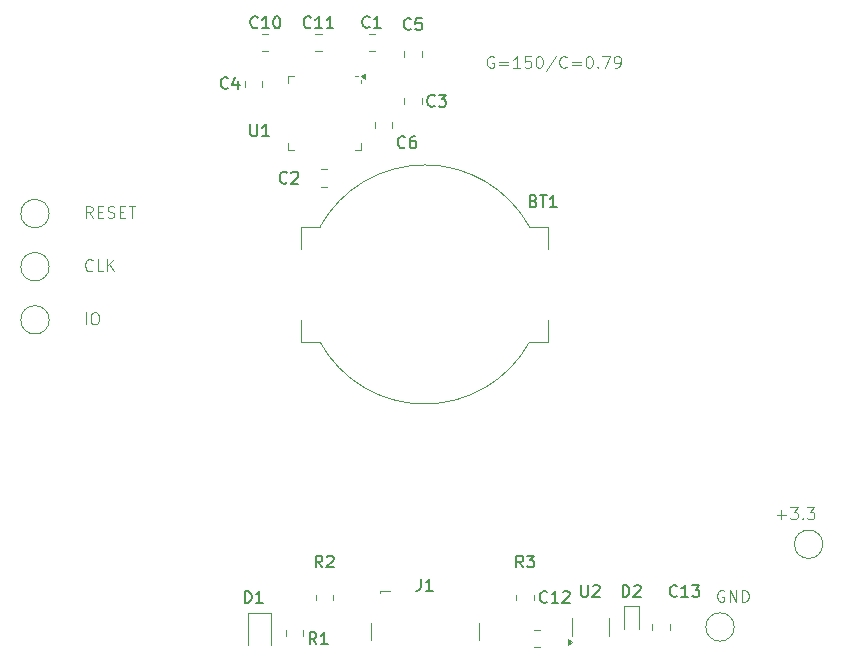
<source format=gbr>
%TF.GenerationSoftware,KiCad,Pcbnew,8.0.3-8.0.3-0~ubuntu24.04.1*%
%TF.CreationDate,2024-06-13T23:22:46+05:00*%
%TF.ProjectId,solartap_mcu_clear_60x60_g150,736f6c61-7274-4617-905f-6d63755f636c,rev?*%
%TF.SameCoordinates,Original*%
%TF.FileFunction,Legend,Top*%
%TF.FilePolarity,Positive*%
%FSLAX46Y46*%
G04 Gerber Fmt 4.6, Leading zero omitted, Abs format (unit mm)*
G04 Created by KiCad (PCBNEW 8.0.3-8.0.3-0~ubuntu24.04.1) date 2024-06-13 23:22:46*
%MOMM*%
%LPD*%
G01*
G04 APERTURE LIST*
%ADD10C,0.100000*%
%ADD11C,0.150000*%
%ADD12C,0.120000*%
G04 APERTURE END LIST*
D10*
X100827693Y-58220038D02*
X100732455Y-58172419D01*
X100732455Y-58172419D02*
X100589598Y-58172419D01*
X100589598Y-58172419D02*
X100446741Y-58220038D01*
X100446741Y-58220038D02*
X100351503Y-58315276D01*
X100351503Y-58315276D02*
X100303884Y-58410514D01*
X100303884Y-58410514D02*
X100256265Y-58600990D01*
X100256265Y-58600990D02*
X100256265Y-58743847D01*
X100256265Y-58743847D02*
X100303884Y-58934323D01*
X100303884Y-58934323D02*
X100351503Y-59029561D01*
X100351503Y-59029561D02*
X100446741Y-59124800D01*
X100446741Y-59124800D02*
X100589598Y-59172419D01*
X100589598Y-59172419D02*
X100684836Y-59172419D01*
X100684836Y-59172419D02*
X100827693Y-59124800D01*
X100827693Y-59124800D02*
X100875312Y-59077180D01*
X100875312Y-59077180D02*
X100875312Y-58743847D01*
X100875312Y-58743847D02*
X100684836Y-58743847D01*
X101303884Y-58648609D02*
X102065789Y-58648609D01*
X102065789Y-58934323D02*
X101303884Y-58934323D01*
X103065788Y-59172419D02*
X102494360Y-59172419D01*
X102780074Y-59172419D02*
X102780074Y-58172419D01*
X102780074Y-58172419D02*
X102684836Y-58315276D01*
X102684836Y-58315276D02*
X102589598Y-58410514D01*
X102589598Y-58410514D02*
X102494360Y-58458133D01*
X103970550Y-58172419D02*
X103494360Y-58172419D01*
X103494360Y-58172419D02*
X103446741Y-58648609D01*
X103446741Y-58648609D02*
X103494360Y-58600990D01*
X103494360Y-58600990D02*
X103589598Y-58553371D01*
X103589598Y-58553371D02*
X103827693Y-58553371D01*
X103827693Y-58553371D02*
X103922931Y-58600990D01*
X103922931Y-58600990D02*
X103970550Y-58648609D01*
X103970550Y-58648609D02*
X104018169Y-58743847D01*
X104018169Y-58743847D02*
X104018169Y-58981942D01*
X104018169Y-58981942D02*
X103970550Y-59077180D01*
X103970550Y-59077180D02*
X103922931Y-59124800D01*
X103922931Y-59124800D02*
X103827693Y-59172419D01*
X103827693Y-59172419D02*
X103589598Y-59172419D01*
X103589598Y-59172419D02*
X103494360Y-59124800D01*
X103494360Y-59124800D02*
X103446741Y-59077180D01*
X104637217Y-58172419D02*
X104732455Y-58172419D01*
X104732455Y-58172419D02*
X104827693Y-58220038D01*
X104827693Y-58220038D02*
X104875312Y-58267657D01*
X104875312Y-58267657D02*
X104922931Y-58362895D01*
X104922931Y-58362895D02*
X104970550Y-58553371D01*
X104970550Y-58553371D02*
X104970550Y-58791466D01*
X104970550Y-58791466D02*
X104922931Y-58981942D01*
X104922931Y-58981942D02*
X104875312Y-59077180D01*
X104875312Y-59077180D02*
X104827693Y-59124800D01*
X104827693Y-59124800D02*
X104732455Y-59172419D01*
X104732455Y-59172419D02*
X104637217Y-59172419D01*
X104637217Y-59172419D02*
X104541979Y-59124800D01*
X104541979Y-59124800D02*
X104494360Y-59077180D01*
X104494360Y-59077180D02*
X104446741Y-58981942D01*
X104446741Y-58981942D02*
X104399122Y-58791466D01*
X104399122Y-58791466D02*
X104399122Y-58553371D01*
X104399122Y-58553371D02*
X104446741Y-58362895D01*
X104446741Y-58362895D02*
X104494360Y-58267657D01*
X104494360Y-58267657D02*
X104541979Y-58220038D01*
X104541979Y-58220038D02*
X104637217Y-58172419D01*
X106113407Y-58124800D02*
X105256265Y-59410514D01*
X107018169Y-59077180D02*
X106970550Y-59124800D01*
X106970550Y-59124800D02*
X106827693Y-59172419D01*
X106827693Y-59172419D02*
X106732455Y-59172419D01*
X106732455Y-59172419D02*
X106589598Y-59124800D01*
X106589598Y-59124800D02*
X106494360Y-59029561D01*
X106494360Y-59029561D02*
X106446741Y-58934323D01*
X106446741Y-58934323D02*
X106399122Y-58743847D01*
X106399122Y-58743847D02*
X106399122Y-58600990D01*
X106399122Y-58600990D02*
X106446741Y-58410514D01*
X106446741Y-58410514D02*
X106494360Y-58315276D01*
X106494360Y-58315276D02*
X106589598Y-58220038D01*
X106589598Y-58220038D02*
X106732455Y-58172419D01*
X106732455Y-58172419D02*
X106827693Y-58172419D01*
X106827693Y-58172419D02*
X106970550Y-58220038D01*
X106970550Y-58220038D02*
X107018169Y-58267657D01*
X107446741Y-58648609D02*
X108208646Y-58648609D01*
X108208646Y-58934323D02*
X107446741Y-58934323D01*
X108875312Y-58172419D02*
X108970550Y-58172419D01*
X108970550Y-58172419D02*
X109065788Y-58220038D01*
X109065788Y-58220038D02*
X109113407Y-58267657D01*
X109113407Y-58267657D02*
X109161026Y-58362895D01*
X109161026Y-58362895D02*
X109208645Y-58553371D01*
X109208645Y-58553371D02*
X109208645Y-58791466D01*
X109208645Y-58791466D02*
X109161026Y-58981942D01*
X109161026Y-58981942D02*
X109113407Y-59077180D01*
X109113407Y-59077180D02*
X109065788Y-59124800D01*
X109065788Y-59124800D02*
X108970550Y-59172419D01*
X108970550Y-59172419D02*
X108875312Y-59172419D01*
X108875312Y-59172419D02*
X108780074Y-59124800D01*
X108780074Y-59124800D02*
X108732455Y-59077180D01*
X108732455Y-59077180D02*
X108684836Y-58981942D01*
X108684836Y-58981942D02*
X108637217Y-58791466D01*
X108637217Y-58791466D02*
X108637217Y-58553371D01*
X108637217Y-58553371D02*
X108684836Y-58362895D01*
X108684836Y-58362895D02*
X108732455Y-58267657D01*
X108732455Y-58267657D02*
X108780074Y-58220038D01*
X108780074Y-58220038D02*
X108875312Y-58172419D01*
X109637217Y-59077180D02*
X109684836Y-59124800D01*
X109684836Y-59124800D02*
X109637217Y-59172419D01*
X109637217Y-59172419D02*
X109589598Y-59124800D01*
X109589598Y-59124800D02*
X109637217Y-59077180D01*
X109637217Y-59077180D02*
X109637217Y-59172419D01*
X110018169Y-58172419D02*
X110684835Y-58172419D01*
X110684835Y-58172419D02*
X110256264Y-59172419D01*
X111113407Y-59172419D02*
X111303883Y-59172419D01*
X111303883Y-59172419D02*
X111399121Y-59124800D01*
X111399121Y-59124800D02*
X111446740Y-59077180D01*
X111446740Y-59077180D02*
X111541978Y-58934323D01*
X111541978Y-58934323D02*
X111589597Y-58743847D01*
X111589597Y-58743847D02*
X111589597Y-58362895D01*
X111589597Y-58362895D02*
X111541978Y-58267657D01*
X111541978Y-58267657D02*
X111494359Y-58220038D01*
X111494359Y-58220038D02*
X111399121Y-58172419D01*
X111399121Y-58172419D02*
X111208645Y-58172419D01*
X111208645Y-58172419D02*
X111113407Y-58220038D01*
X111113407Y-58220038D02*
X111065788Y-58267657D01*
X111065788Y-58267657D02*
X111018169Y-58362895D01*
X111018169Y-58362895D02*
X111018169Y-58600990D01*
X111018169Y-58600990D02*
X111065788Y-58696228D01*
X111065788Y-58696228D02*
X111113407Y-58743847D01*
X111113407Y-58743847D02*
X111208645Y-58791466D01*
X111208645Y-58791466D02*
X111399121Y-58791466D01*
X111399121Y-58791466D02*
X111494359Y-58743847D01*
X111494359Y-58743847D02*
X111541978Y-58696228D01*
X111541978Y-58696228D02*
X111589597Y-58600990D01*
X66875312Y-71872419D02*
X66541979Y-71396228D01*
X66303884Y-71872419D02*
X66303884Y-70872419D01*
X66303884Y-70872419D02*
X66684836Y-70872419D01*
X66684836Y-70872419D02*
X66780074Y-70920038D01*
X66780074Y-70920038D02*
X66827693Y-70967657D01*
X66827693Y-70967657D02*
X66875312Y-71062895D01*
X66875312Y-71062895D02*
X66875312Y-71205752D01*
X66875312Y-71205752D02*
X66827693Y-71300990D01*
X66827693Y-71300990D02*
X66780074Y-71348609D01*
X66780074Y-71348609D02*
X66684836Y-71396228D01*
X66684836Y-71396228D02*
X66303884Y-71396228D01*
X67303884Y-71348609D02*
X67637217Y-71348609D01*
X67780074Y-71872419D02*
X67303884Y-71872419D01*
X67303884Y-71872419D02*
X67303884Y-70872419D01*
X67303884Y-70872419D02*
X67780074Y-70872419D01*
X68161027Y-71824800D02*
X68303884Y-71872419D01*
X68303884Y-71872419D02*
X68541979Y-71872419D01*
X68541979Y-71872419D02*
X68637217Y-71824800D01*
X68637217Y-71824800D02*
X68684836Y-71777180D01*
X68684836Y-71777180D02*
X68732455Y-71681942D01*
X68732455Y-71681942D02*
X68732455Y-71586704D01*
X68732455Y-71586704D02*
X68684836Y-71491466D01*
X68684836Y-71491466D02*
X68637217Y-71443847D01*
X68637217Y-71443847D02*
X68541979Y-71396228D01*
X68541979Y-71396228D02*
X68351503Y-71348609D01*
X68351503Y-71348609D02*
X68256265Y-71300990D01*
X68256265Y-71300990D02*
X68208646Y-71253371D01*
X68208646Y-71253371D02*
X68161027Y-71158133D01*
X68161027Y-71158133D02*
X68161027Y-71062895D01*
X68161027Y-71062895D02*
X68208646Y-70967657D01*
X68208646Y-70967657D02*
X68256265Y-70920038D01*
X68256265Y-70920038D02*
X68351503Y-70872419D01*
X68351503Y-70872419D02*
X68589598Y-70872419D01*
X68589598Y-70872419D02*
X68732455Y-70920038D01*
X69161027Y-71348609D02*
X69494360Y-71348609D01*
X69637217Y-71872419D02*
X69161027Y-71872419D01*
X69161027Y-71872419D02*
X69161027Y-70872419D01*
X69161027Y-70872419D02*
X69637217Y-70872419D01*
X69922932Y-70872419D02*
X70494360Y-70872419D01*
X70208646Y-71872419D02*
X70208646Y-70872419D01*
X124803884Y-96991466D02*
X125565789Y-96991466D01*
X125184836Y-97372419D02*
X125184836Y-96610514D01*
X125946741Y-96372419D02*
X126565788Y-96372419D01*
X126565788Y-96372419D02*
X126232455Y-96753371D01*
X126232455Y-96753371D02*
X126375312Y-96753371D01*
X126375312Y-96753371D02*
X126470550Y-96800990D01*
X126470550Y-96800990D02*
X126518169Y-96848609D01*
X126518169Y-96848609D02*
X126565788Y-96943847D01*
X126565788Y-96943847D02*
X126565788Y-97181942D01*
X126565788Y-97181942D02*
X126518169Y-97277180D01*
X126518169Y-97277180D02*
X126470550Y-97324800D01*
X126470550Y-97324800D02*
X126375312Y-97372419D01*
X126375312Y-97372419D02*
X126089598Y-97372419D01*
X126089598Y-97372419D02*
X125994360Y-97324800D01*
X125994360Y-97324800D02*
X125946741Y-97277180D01*
X126994360Y-97277180D02*
X127041979Y-97324800D01*
X127041979Y-97324800D02*
X126994360Y-97372419D01*
X126994360Y-97372419D02*
X126946741Y-97324800D01*
X126946741Y-97324800D02*
X126994360Y-97277180D01*
X126994360Y-97277180D02*
X126994360Y-97372419D01*
X127375312Y-96372419D02*
X127994359Y-96372419D01*
X127994359Y-96372419D02*
X127661026Y-96753371D01*
X127661026Y-96753371D02*
X127803883Y-96753371D01*
X127803883Y-96753371D02*
X127899121Y-96800990D01*
X127899121Y-96800990D02*
X127946740Y-96848609D01*
X127946740Y-96848609D02*
X127994359Y-96943847D01*
X127994359Y-96943847D02*
X127994359Y-97181942D01*
X127994359Y-97181942D02*
X127946740Y-97277180D01*
X127946740Y-97277180D02*
X127899121Y-97324800D01*
X127899121Y-97324800D02*
X127803883Y-97372419D01*
X127803883Y-97372419D02*
X127518169Y-97372419D01*
X127518169Y-97372419D02*
X127422931Y-97324800D01*
X127422931Y-97324800D02*
X127375312Y-97277180D01*
X66303884Y-80872419D02*
X66303884Y-79872419D01*
X66970550Y-79872419D02*
X67161026Y-79872419D01*
X67161026Y-79872419D02*
X67256264Y-79920038D01*
X67256264Y-79920038D02*
X67351502Y-80015276D01*
X67351502Y-80015276D02*
X67399121Y-80205752D01*
X67399121Y-80205752D02*
X67399121Y-80539085D01*
X67399121Y-80539085D02*
X67351502Y-80729561D01*
X67351502Y-80729561D02*
X67256264Y-80824800D01*
X67256264Y-80824800D02*
X67161026Y-80872419D01*
X67161026Y-80872419D02*
X66970550Y-80872419D01*
X66970550Y-80872419D02*
X66875312Y-80824800D01*
X66875312Y-80824800D02*
X66780074Y-80729561D01*
X66780074Y-80729561D02*
X66732455Y-80539085D01*
X66732455Y-80539085D02*
X66732455Y-80205752D01*
X66732455Y-80205752D02*
X66780074Y-80015276D01*
X66780074Y-80015276D02*
X66875312Y-79920038D01*
X66875312Y-79920038D02*
X66970550Y-79872419D01*
X120327693Y-103420038D02*
X120232455Y-103372419D01*
X120232455Y-103372419D02*
X120089598Y-103372419D01*
X120089598Y-103372419D02*
X119946741Y-103420038D01*
X119946741Y-103420038D02*
X119851503Y-103515276D01*
X119851503Y-103515276D02*
X119803884Y-103610514D01*
X119803884Y-103610514D02*
X119756265Y-103800990D01*
X119756265Y-103800990D02*
X119756265Y-103943847D01*
X119756265Y-103943847D02*
X119803884Y-104134323D01*
X119803884Y-104134323D02*
X119851503Y-104229561D01*
X119851503Y-104229561D02*
X119946741Y-104324800D01*
X119946741Y-104324800D02*
X120089598Y-104372419D01*
X120089598Y-104372419D02*
X120184836Y-104372419D01*
X120184836Y-104372419D02*
X120327693Y-104324800D01*
X120327693Y-104324800D02*
X120375312Y-104277180D01*
X120375312Y-104277180D02*
X120375312Y-103943847D01*
X120375312Y-103943847D02*
X120184836Y-103943847D01*
X120803884Y-104372419D02*
X120803884Y-103372419D01*
X120803884Y-103372419D02*
X121375312Y-104372419D01*
X121375312Y-104372419D02*
X121375312Y-103372419D01*
X121851503Y-104372419D02*
X121851503Y-103372419D01*
X121851503Y-103372419D02*
X122089598Y-103372419D01*
X122089598Y-103372419D02*
X122232455Y-103420038D01*
X122232455Y-103420038D02*
X122327693Y-103515276D01*
X122327693Y-103515276D02*
X122375312Y-103610514D01*
X122375312Y-103610514D02*
X122422931Y-103800990D01*
X122422931Y-103800990D02*
X122422931Y-103943847D01*
X122422931Y-103943847D02*
X122375312Y-104134323D01*
X122375312Y-104134323D02*
X122327693Y-104229561D01*
X122327693Y-104229561D02*
X122232455Y-104324800D01*
X122232455Y-104324800D02*
X122089598Y-104372419D01*
X122089598Y-104372419D02*
X121851503Y-104372419D01*
X66875312Y-76277180D02*
X66827693Y-76324800D01*
X66827693Y-76324800D02*
X66684836Y-76372419D01*
X66684836Y-76372419D02*
X66589598Y-76372419D01*
X66589598Y-76372419D02*
X66446741Y-76324800D01*
X66446741Y-76324800D02*
X66351503Y-76229561D01*
X66351503Y-76229561D02*
X66303884Y-76134323D01*
X66303884Y-76134323D02*
X66256265Y-75943847D01*
X66256265Y-75943847D02*
X66256265Y-75800990D01*
X66256265Y-75800990D02*
X66303884Y-75610514D01*
X66303884Y-75610514D02*
X66351503Y-75515276D01*
X66351503Y-75515276D02*
X66446741Y-75420038D01*
X66446741Y-75420038D02*
X66589598Y-75372419D01*
X66589598Y-75372419D02*
X66684836Y-75372419D01*
X66684836Y-75372419D02*
X66827693Y-75420038D01*
X66827693Y-75420038D02*
X66875312Y-75467657D01*
X67780074Y-76372419D02*
X67303884Y-76372419D01*
X67303884Y-76372419D02*
X67303884Y-75372419D01*
X68113408Y-76372419D02*
X68113408Y-75372419D01*
X68684836Y-76372419D02*
X68256265Y-75800990D01*
X68684836Y-75372419D02*
X68113408Y-75943847D01*
D11*
X93833333Y-55859580D02*
X93785714Y-55907200D01*
X93785714Y-55907200D02*
X93642857Y-55954819D01*
X93642857Y-55954819D02*
X93547619Y-55954819D01*
X93547619Y-55954819D02*
X93404762Y-55907200D01*
X93404762Y-55907200D02*
X93309524Y-55811961D01*
X93309524Y-55811961D02*
X93261905Y-55716723D01*
X93261905Y-55716723D02*
X93214286Y-55526247D01*
X93214286Y-55526247D02*
X93214286Y-55383390D01*
X93214286Y-55383390D02*
X93261905Y-55192914D01*
X93261905Y-55192914D02*
X93309524Y-55097676D01*
X93309524Y-55097676D02*
X93404762Y-55002438D01*
X93404762Y-55002438D02*
X93547619Y-54954819D01*
X93547619Y-54954819D02*
X93642857Y-54954819D01*
X93642857Y-54954819D02*
X93785714Y-55002438D01*
X93785714Y-55002438D02*
X93833333Y-55050057D01*
X94738095Y-54954819D02*
X94261905Y-54954819D01*
X94261905Y-54954819D02*
X94214286Y-55431009D01*
X94214286Y-55431009D02*
X94261905Y-55383390D01*
X94261905Y-55383390D02*
X94357143Y-55335771D01*
X94357143Y-55335771D02*
X94595238Y-55335771D01*
X94595238Y-55335771D02*
X94690476Y-55383390D01*
X94690476Y-55383390D02*
X94738095Y-55431009D01*
X94738095Y-55431009D02*
X94785714Y-55526247D01*
X94785714Y-55526247D02*
X94785714Y-55764342D01*
X94785714Y-55764342D02*
X94738095Y-55859580D01*
X94738095Y-55859580D02*
X94690476Y-55907200D01*
X94690476Y-55907200D02*
X94595238Y-55954819D01*
X94595238Y-55954819D02*
X94357143Y-55954819D01*
X94357143Y-55954819D02*
X94261905Y-55907200D01*
X94261905Y-55907200D02*
X94214286Y-55859580D01*
X78333333Y-60859580D02*
X78285714Y-60907200D01*
X78285714Y-60907200D02*
X78142857Y-60954819D01*
X78142857Y-60954819D02*
X78047619Y-60954819D01*
X78047619Y-60954819D02*
X77904762Y-60907200D01*
X77904762Y-60907200D02*
X77809524Y-60811961D01*
X77809524Y-60811961D02*
X77761905Y-60716723D01*
X77761905Y-60716723D02*
X77714286Y-60526247D01*
X77714286Y-60526247D02*
X77714286Y-60383390D01*
X77714286Y-60383390D02*
X77761905Y-60192914D01*
X77761905Y-60192914D02*
X77809524Y-60097676D01*
X77809524Y-60097676D02*
X77904762Y-60002438D01*
X77904762Y-60002438D02*
X78047619Y-59954819D01*
X78047619Y-59954819D02*
X78142857Y-59954819D01*
X78142857Y-59954819D02*
X78285714Y-60002438D01*
X78285714Y-60002438D02*
X78333333Y-60050057D01*
X79190476Y-60288152D02*
X79190476Y-60954819D01*
X78952381Y-59907200D02*
X78714286Y-60621485D01*
X78714286Y-60621485D02*
X79333333Y-60621485D01*
X95833333Y-62359580D02*
X95785714Y-62407200D01*
X95785714Y-62407200D02*
X95642857Y-62454819D01*
X95642857Y-62454819D02*
X95547619Y-62454819D01*
X95547619Y-62454819D02*
X95404762Y-62407200D01*
X95404762Y-62407200D02*
X95309524Y-62311961D01*
X95309524Y-62311961D02*
X95261905Y-62216723D01*
X95261905Y-62216723D02*
X95214286Y-62026247D01*
X95214286Y-62026247D02*
X95214286Y-61883390D01*
X95214286Y-61883390D02*
X95261905Y-61692914D01*
X95261905Y-61692914D02*
X95309524Y-61597676D01*
X95309524Y-61597676D02*
X95404762Y-61502438D01*
X95404762Y-61502438D02*
X95547619Y-61454819D01*
X95547619Y-61454819D02*
X95642857Y-61454819D01*
X95642857Y-61454819D02*
X95785714Y-61502438D01*
X95785714Y-61502438D02*
X95833333Y-61550057D01*
X96166667Y-61454819D02*
X96785714Y-61454819D01*
X96785714Y-61454819D02*
X96452381Y-61835771D01*
X96452381Y-61835771D02*
X96595238Y-61835771D01*
X96595238Y-61835771D02*
X96690476Y-61883390D01*
X96690476Y-61883390D02*
X96738095Y-61931009D01*
X96738095Y-61931009D02*
X96785714Y-62026247D01*
X96785714Y-62026247D02*
X96785714Y-62264342D01*
X96785714Y-62264342D02*
X96738095Y-62359580D01*
X96738095Y-62359580D02*
X96690476Y-62407200D01*
X96690476Y-62407200D02*
X96595238Y-62454819D01*
X96595238Y-62454819D02*
X96309524Y-62454819D01*
X96309524Y-62454819D02*
X96214286Y-62407200D01*
X96214286Y-62407200D02*
X96166667Y-62359580D01*
X105357142Y-104359580D02*
X105309523Y-104407200D01*
X105309523Y-104407200D02*
X105166666Y-104454819D01*
X105166666Y-104454819D02*
X105071428Y-104454819D01*
X105071428Y-104454819D02*
X104928571Y-104407200D01*
X104928571Y-104407200D02*
X104833333Y-104311961D01*
X104833333Y-104311961D02*
X104785714Y-104216723D01*
X104785714Y-104216723D02*
X104738095Y-104026247D01*
X104738095Y-104026247D02*
X104738095Y-103883390D01*
X104738095Y-103883390D02*
X104785714Y-103692914D01*
X104785714Y-103692914D02*
X104833333Y-103597676D01*
X104833333Y-103597676D02*
X104928571Y-103502438D01*
X104928571Y-103502438D02*
X105071428Y-103454819D01*
X105071428Y-103454819D02*
X105166666Y-103454819D01*
X105166666Y-103454819D02*
X105309523Y-103502438D01*
X105309523Y-103502438D02*
X105357142Y-103550057D01*
X106309523Y-104454819D02*
X105738095Y-104454819D01*
X106023809Y-104454819D02*
X106023809Y-103454819D01*
X106023809Y-103454819D02*
X105928571Y-103597676D01*
X105928571Y-103597676D02*
X105833333Y-103692914D01*
X105833333Y-103692914D02*
X105738095Y-103740533D01*
X106690476Y-103550057D02*
X106738095Y-103502438D01*
X106738095Y-103502438D02*
X106833333Y-103454819D01*
X106833333Y-103454819D02*
X107071428Y-103454819D01*
X107071428Y-103454819D02*
X107166666Y-103502438D01*
X107166666Y-103502438D02*
X107214285Y-103550057D01*
X107214285Y-103550057D02*
X107261904Y-103645295D01*
X107261904Y-103645295D02*
X107261904Y-103740533D01*
X107261904Y-103740533D02*
X107214285Y-103883390D01*
X107214285Y-103883390D02*
X106642857Y-104454819D01*
X106642857Y-104454819D02*
X107261904Y-104454819D01*
X116357142Y-103859580D02*
X116309523Y-103907200D01*
X116309523Y-103907200D02*
X116166666Y-103954819D01*
X116166666Y-103954819D02*
X116071428Y-103954819D01*
X116071428Y-103954819D02*
X115928571Y-103907200D01*
X115928571Y-103907200D02*
X115833333Y-103811961D01*
X115833333Y-103811961D02*
X115785714Y-103716723D01*
X115785714Y-103716723D02*
X115738095Y-103526247D01*
X115738095Y-103526247D02*
X115738095Y-103383390D01*
X115738095Y-103383390D02*
X115785714Y-103192914D01*
X115785714Y-103192914D02*
X115833333Y-103097676D01*
X115833333Y-103097676D02*
X115928571Y-103002438D01*
X115928571Y-103002438D02*
X116071428Y-102954819D01*
X116071428Y-102954819D02*
X116166666Y-102954819D01*
X116166666Y-102954819D02*
X116309523Y-103002438D01*
X116309523Y-103002438D02*
X116357142Y-103050057D01*
X117309523Y-103954819D02*
X116738095Y-103954819D01*
X117023809Y-103954819D02*
X117023809Y-102954819D01*
X117023809Y-102954819D02*
X116928571Y-103097676D01*
X116928571Y-103097676D02*
X116833333Y-103192914D01*
X116833333Y-103192914D02*
X116738095Y-103240533D01*
X117642857Y-102954819D02*
X118261904Y-102954819D01*
X118261904Y-102954819D02*
X117928571Y-103335771D01*
X117928571Y-103335771D02*
X118071428Y-103335771D01*
X118071428Y-103335771D02*
X118166666Y-103383390D01*
X118166666Y-103383390D02*
X118214285Y-103431009D01*
X118214285Y-103431009D02*
X118261904Y-103526247D01*
X118261904Y-103526247D02*
X118261904Y-103764342D01*
X118261904Y-103764342D02*
X118214285Y-103859580D01*
X118214285Y-103859580D02*
X118166666Y-103907200D01*
X118166666Y-103907200D02*
X118071428Y-103954819D01*
X118071428Y-103954819D02*
X117785714Y-103954819D01*
X117785714Y-103954819D02*
X117690476Y-103907200D01*
X117690476Y-103907200D02*
X117642857Y-103859580D01*
X104214285Y-70431009D02*
X104357142Y-70478628D01*
X104357142Y-70478628D02*
X104404761Y-70526247D01*
X104404761Y-70526247D02*
X104452380Y-70621485D01*
X104452380Y-70621485D02*
X104452380Y-70764342D01*
X104452380Y-70764342D02*
X104404761Y-70859580D01*
X104404761Y-70859580D02*
X104357142Y-70907200D01*
X104357142Y-70907200D02*
X104261904Y-70954819D01*
X104261904Y-70954819D02*
X103880952Y-70954819D01*
X103880952Y-70954819D02*
X103880952Y-69954819D01*
X103880952Y-69954819D02*
X104214285Y-69954819D01*
X104214285Y-69954819D02*
X104309523Y-70002438D01*
X104309523Y-70002438D02*
X104357142Y-70050057D01*
X104357142Y-70050057D02*
X104404761Y-70145295D01*
X104404761Y-70145295D02*
X104404761Y-70240533D01*
X104404761Y-70240533D02*
X104357142Y-70335771D01*
X104357142Y-70335771D02*
X104309523Y-70383390D01*
X104309523Y-70383390D02*
X104214285Y-70431009D01*
X104214285Y-70431009D02*
X103880952Y-70431009D01*
X104738095Y-69954819D02*
X105309523Y-69954819D01*
X105023809Y-70954819D02*
X105023809Y-69954819D01*
X106166666Y-70954819D02*
X105595238Y-70954819D01*
X105880952Y-70954819D02*
X105880952Y-69954819D01*
X105880952Y-69954819D02*
X105785714Y-70097676D01*
X105785714Y-70097676D02*
X105690476Y-70192914D01*
X105690476Y-70192914D02*
X105595238Y-70240533D01*
X85833333Y-107954819D02*
X85500000Y-107478628D01*
X85261905Y-107954819D02*
X85261905Y-106954819D01*
X85261905Y-106954819D02*
X85642857Y-106954819D01*
X85642857Y-106954819D02*
X85738095Y-107002438D01*
X85738095Y-107002438D02*
X85785714Y-107050057D01*
X85785714Y-107050057D02*
X85833333Y-107145295D01*
X85833333Y-107145295D02*
X85833333Y-107288152D01*
X85833333Y-107288152D02*
X85785714Y-107383390D01*
X85785714Y-107383390D02*
X85738095Y-107431009D01*
X85738095Y-107431009D02*
X85642857Y-107478628D01*
X85642857Y-107478628D02*
X85261905Y-107478628D01*
X86785714Y-107954819D02*
X86214286Y-107954819D01*
X86500000Y-107954819D02*
X86500000Y-106954819D01*
X86500000Y-106954819D02*
X86404762Y-107097676D01*
X86404762Y-107097676D02*
X86309524Y-107192914D01*
X86309524Y-107192914D02*
X86214286Y-107240533D01*
X80857142Y-55709580D02*
X80809523Y-55757200D01*
X80809523Y-55757200D02*
X80666666Y-55804819D01*
X80666666Y-55804819D02*
X80571428Y-55804819D01*
X80571428Y-55804819D02*
X80428571Y-55757200D01*
X80428571Y-55757200D02*
X80333333Y-55661961D01*
X80333333Y-55661961D02*
X80285714Y-55566723D01*
X80285714Y-55566723D02*
X80238095Y-55376247D01*
X80238095Y-55376247D02*
X80238095Y-55233390D01*
X80238095Y-55233390D02*
X80285714Y-55042914D01*
X80285714Y-55042914D02*
X80333333Y-54947676D01*
X80333333Y-54947676D02*
X80428571Y-54852438D01*
X80428571Y-54852438D02*
X80571428Y-54804819D01*
X80571428Y-54804819D02*
X80666666Y-54804819D01*
X80666666Y-54804819D02*
X80809523Y-54852438D01*
X80809523Y-54852438D02*
X80857142Y-54900057D01*
X81809523Y-55804819D02*
X81238095Y-55804819D01*
X81523809Y-55804819D02*
X81523809Y-54804819D01*
X81523809Y-54804819D02*
X81428571Y-54947676D01*
X81428571Y-54947676D02*
X81333333Y-55042914D01*
X81333333Y-55042914D02*
X81238095Y-55090533D01*
X82428571Y-54804819D02*
X82523809Y-54804819D01*
X82523809Y-54804819D02*
X82619047Y-54852438D01*
X82619047Y-54852438D02*
X82666666Y-54900057D01*
X82666666Y-54900057D02*
X82714285Y-54995295D01*
X82714285Y-54995295D02*
X82761904Y-55185771D01*
X82761904Y-55185771D02*
X82761904Y-55423866D01*
X82761904Y-55423866D02*
X82714285Y-55614342D01*
X82714285Y-55614342D02*
X82666666Y-55709580D01*
X82666666Y-55709580D02*
X82619047Y-55757200D01*
X82619047Y-55757200D02*
X82523809Y-55804819D01*
X82523809Y-55804819D02*
X82428571Y-55804819D01*
X82428571Y-55804819D02*
X82333333Y-55757200D01*
X82333333Y-55757200D02*
X82285714Y-55709580D01*
X82285714Y-55709580D02*
X82238095Y-55614342D01*
X82238095Y-55614342D02*
X82190476Y-55423866D01*
X82190476Y-55423866D02*
X82190476Y-55185771D01*
X82190476Y-55185771D02*
X82238095Y-54995295D01*
X82238095Y-54995295D02*
X82285714Y-54900057D01*
X82285714Y-54900057D02*
X82333333Y-54852438D01*
X82333333Y-54852438D02*
X82428571Y-54804819D01*
X85357142Y-55709580D02*
X85309523Y-55757200D01*
X85309523Y-55757200D02*
X85166666Y-55804819D01*
X85166666Y-55804819D02*
X85071428Y-55804819D01*
X85071428Y-55804819D02*
X84928571Y-55757200D01*
X84928571Y-55757200D02*
X84833333Y-55661961D01*
X84833333Y-55661961D02*
X84785714Y-55566723D01*
X84785714Y-55566723D02*
X84738095Y-55376247D01*
X84738095Y-55376247D02*
X84738095Y-55233390D01*
X84738095Y-55233390D02*
X84785714Y-55042914D01*
X84785714Y-55042914D02*
X84833333Y-54947676D01*
X84833333Y-54947676D02*
X84928571Y-54852438D01*
X84928571Y-54852438D02*
X85071428Y-54804819D01*
X85071428Y-54804819D02*
X85166666Y-54804819D01*
X85166666Y-54804819D02*
X85309523Y-54852438D01*
X85309523Y-54852438D02*
X85357142Y-54900057D01*
X86309523Y-55804819D02*
X85738095Y-55804819D01*
X86023809Y-55804819D02*
X86023809Y-54804819D01*
X86023809Y-54804819D02*
X85928571Y-54947676D01*
X85928571Y-54947676D02*
X85833333Y-55042914D01*
X85833333Y-55042914D02*
X85738095Y-55090533D01*
X87261904Y-55804819D02*
X86690476Y-55804819D01*
X86976190Y-55804819D02*
X86976190Y-54804819D01*
X86976190Y-54804819D02*
X86880952Y-54947676D01*
X86880952Y-54947676D02*
X86785714Y-55042914D01*
X86785714Y-55042914D02*
X86690476Y-55090533D01*
X94666666Y-102439819D02*
X94666666Y-103154104D01*
X94666666Y-103154104D02*
X94619047Y-103296961D01*
X94619047Y-103296961D02*
X94523809Y-103392200D01*
X94523809Y-103392200D02*
X94380952Y-103439819D01*
X94380952Y-103439819D02*
X94285714Y-103439819D01*
X95666666Y-103439819D02*
X95095238Y-103439819D01*
X95380952Y-103439819D02*
X95380952Y-102439819D01*
X95380952Y-102439819D02*
X95285714Y-102582676D01*
X95285714Y-102582676D02*
X95190476Y-102677914D01*
X95190476Y-102677914D02*
X95095238Y-102725533D01*
X79761905Y-104454819D02*
X79761905Y-103454819D01*
X79761905Y-103454819D02*
X80000000Y-103454819D01*
X80000000Y-103454819D02*
X80142857Y-103502438D01*
X80142857Y-103502438D02*
X80238095Y-103597676D01*
X80238095Y-103597676D02*
X80285714Y-103692914D01*
X80285714Y-103692914D02*
X80333333Y-103883390D01*
X80333333Y-103883390D02*
X80333333Y-104026247D01*
X80333333Y-104026247D02*
X80285714Y-104216723D01*
X80285714Y-104216723D02*
X80238095Y-104311961D01*
X80238095Y-104311961D02*
X80142857Y-104407200D01*
X80142857Y-104407200D02*
X80000000Y-104454819D01*
X80000000Y-104454819D02*
X79761905Y-104454819D01*
X81285714Y-104454819D02*
X80714286Y-104454819D01*
X81000000Y-104454819D02*
X81000000Y-103454819D01*
X81000000Y-103454819D02*
X80904762Y-103597676D01*
X80904762Y-103597676D02*
X80809524Y-103692914D01*
X80809524Y-103692914D02*
X80714286Y-103740533D01*
X80238095Y-63954819D02*
X80238095Y-64764342D01*
X80238095Y-64764342D02*
X80285714Y-64859580D01*
X80285714Y-64859580D02*
X80333333Y-64907200D01*
X80333333Y-64907200D02*
X80428571Y-64954819D01*
X80428571Y-64954819D02*
X80619047Y-64954819D01*
X80619047Y-64954819D02*
X80714285Y-64907200D01*
X80714285Y-64907200D02*
X80761904Y-64859580D01*
X80761904Y-64859580D02*
X80809523Y-64764342D01*
X80809523Y-64764342D02*
X80809523Y-63954819D01*
X81809523Y-64954819D02*
X81238095Y-64954819D01*
X81523809Y-64954819D02*
X81523809Y-63954819D01*
X81523809Y-63954819D02*
X81428571Y-64097676D01*
X81428571Y-64097676D02*
X81333333Y-64192914D01*
X81333333Y-64192914D02*
X81238095Y-64240533D01*
X93333333Y-65859580D02*
X93285714Y-65907200D01*
X93285714Y-65907200D02*
X93142857Y-65954819D01*
X93142857Y-65954819D02*
X93047619Y-65954819D01*
X93047619Y-65954819D02*
X92904762Y-65907200D01*
X92904762Y-65907200D02*
X92809524Y-65811961D01*
X92809524Y-65811961D02*
X92761905Y-65716723D01*
X92761905Y-65716723D02*
X92714286Y-65526247D01*
X92714286Y-65526247D02*
X92714286Y-65383390D01*
X92714286Y-65383390D02*
X92761905Y-65192914D01*
X92761905Y-65192914D02*
X92809524Y-65097676D01*
X92809524Y-65097676D02*
X92904762Y-65002438D01*
X92904762Y-65002438D02*
X93047619Y-64954819D01*
X93047619Y-64954819D02*
X93142857Y-64954819D01*
X93142857Y-64954819D02*
X93285714Y-65002438D01*
X93285714Y-65002438D02*
X93333333Y-65050057D01*
X94190476Y-64954819D02*
X94000000Y-64954819D01*
X94000000Y-64954819D02*
X93904762Y-65002438D01*
X93904762Y-65002438D02*
X93857143Y-65050057D01*
X93857143Y-65050057D02*
X93761905Y-65192914D01*
X93761905Y-65192914D02*
X93714286Y-65383390D01*
X93714286Y-65383390D02*
X93714286Y-65764342D01*
X93714286Y-65764342D02*
X93761905Y-65859580D01*
X93761905Y-65859580D02*
X93809524Y-65907200D01*
X93809524Y-65907200D02*
X93904762Y-65954819D01*
X93904762Y-65954819D02*
X94095238Y-65954819D01*
X94095238Y-65954819D02*
X94190476Y-65907200D01*
X94190476Y-65907200D02*
X94238095Y-65859580D01*
X94238095Y-65859580D02*
X94285714Y-65764342D01*
X94285714Y-65764342D02*
X94285714Y-65526247D01*
X94285714Y-65526247D02*
X94238095Y-65431009D01*
X94238095Y-65431009D02*
X94190476Y-65383390D01*
X94190476Y-65383390D02*
X94095238Y-65335771D01*
X94095238Y-65335771D02*
X93904762Y-65335771D01*
X93904762Y-65335771D02*
X93809524Y-65383390D01*
X93809524Y-65383390D02*
X93761905Y-65431009D01*
X93761905Y-65431009D02*
X93714286Y-65526247D01*
X83333333Y-68859580D02*
X83285714Y-68907200D01*
X83285714Y-68907200D02*
X83142857Y-68954819D01*
X83142857Y-68954819D02*
X83047619Y-68954819D01*
X83047619Y-68954819D02*
X82904762Y-68907200D01*
X82904762Y-68907200D02*
X82809524Y-68811961D01*
X82809524Y-68811961D02*
X82761905Y-68716723D01*
X82761905Y-68716723D02*
X82714286Y-68526247D01*
X82714286Y-68526247D02*
X82714286Y-68383390D01*
X82714286Y-68383390D02*
X82761905Y-68192914D01*
X82761905Y-68192914D02*
X82809524Y-68097676D01*
X82809524Y-68097676D02*
X82904762Y-68002438D01*
X82904762Y-68002438D02*
X83047619Y-67954819D01*
X83047619Y-67954819D02*
X83142857Y-67954819D01*
X83142857Y-67954819D02*
X83285714Y-68002438D01*
X83285714Y-68002438D02*
X83333333Y-68050057D01*
X83714286Y-68050057D02*
X83761905Y-68002438D01*
X83761905Y-68002438D02*
X83857143Y-67954819D01*
X83857143Y-67954819D02*
X84095238Y-67954819D01*
X84095238Y-67954819D02*
X84190476Y-68002438D01*
X84190476Y-68002438D02*
X84238095Y-68050057D01*
X84238095Y-68050057D02*
X84285714Y-68145295D01*
X84285714Y-68145295D02*
X84285714Y-68240533D01*
X84285714Y-68240533D02*
X84238095Y-68383390D01*
X84238095Y-68383390D02*
X83666667Y-68954819D01*
X83666667Y-68954819D02*
X84285714Y-68954819D01*
X86333333Y-101454819D02*
X86000000Y-100978628D01*
X85761905Y-101454819D02*
X85761905Y-100454819D01*
X85761905Y-100454819D02*
X86142857Y-100454819D01*
X86142857Y-100454819D02*
X86238095Y-100502438D01*
X86238095Y-100502438D02*
X86285714Y-100550057D01*
X86285714Y-100550057D02*
X86333333Y-100645295D01*
X86333333Y-100645295D02*
X86333333Y-100788152D01*
X86333333Y-100788152D02*
X86285714Y-100883390D01*
X86285714Y-100883390D02*
X86238095Y-100931009D01*
X86238095Y-100931009D02*
X86142857Y-100978628D01*
X86142857Y-100978628D02*
X85761905Y-100978628D01*
X86714286Y-100550057D02*
X86761905Y-100502438D01*
X86761905Y-100502438D02*
X86857143Y-100454819D01*
X86857143Y-100454819D02*
X87095238Y-100454819D01*
X87095238Y-100454819D02*
X87190476Y-100502438D01*
X87190476Y-100502438D02*
X87238095Y-100550057D01*
X87238095Y-100550057D02*
X87285714Y-100645295D01*
X87285714Y-100645295D02*
X87285714Y-100740533D01*
X87285714Y-100740533D02*
X87238095Y-100883390D01*
X87238095Y-100883390D02*
X86666667Y-101454819D01*
X86666667Y-101454819D02*
X87285714Y-101454819D01*
X108238095Y-102954819D02*
X108238095Y-103764342D01*
X108238095Y-103764342D02*
X108285714Y-103859580D01*
X108285714Y-103859580D02*
X108333333Y-103907200D01*
X108333333Y-103907200D02*
X108428571Y-103954819D01*
X108428571Y-103954819D02*
X108619047Y-103954819D01*
X108619047Y-103954819D02*
X108714285Y-103907200D01*
X108714285Y-103907200D02*
X108761904Y-103859580D01*
X108761904Y-103859580D02*
X108809523Y-103764342D01*
X108809523Y-103764342D02*
X108809523Y-102954819D01*
X109238095Y-103050057D02*
X109285714Y-103002438D01*
X109285714Y-103002438D02*
X109380952Y-102954819D01*
X109380952Y-102954819D02*
X109619047Y-102954819D01*
X109619047Y-102954819D02*
X109714285Y-103002438D01*
X109714285Y-103002438D02*
X109761904Y-103050057D01*
X109761904Y-103050057D02*
X109809523Y-103145295D01*
X109809523Y-103145295D02*
X109809523Y-103240533D01*
X109809523Y-103240533D02*
X109761904Y-103383390D01*
X109761904Y-103383390D02*
X109190476Y-103954819D01*
X109190476Y-103954819D02*
X109809523Y-103954819D01*
X111761905Y-103954819D02*
X111761905Y-102954819D01*
X111761905Y-102954819D02*
X112000000Y-102954819D01*
X112000000Y-102954819D02*
X112142857Y-103002438D01*
X112142857Y-103002438D02*
X112238095Y-103097676D01*
X112238095Y-103097676D02*
X112285714Y-103192914D01*
X112285714Y-103192914D02*
X112333333Y-103383390D01*
X112333333Y-103383390D02*
X112333333Y-103526247D01*
X112333333Y-103526247D02*
X112285714Y-103716723D01*
X112285714Y-103716723D02*
X112238095Y-103811961D01*
X112238095Y-103811961D02*
X112142857Y-103907200D01*
X112142857Y-103907200D02*
X112000000Y-103954819D01*
X112000000Y-103954819D02*
X111761905Y-103954819D01*
X112714286Y-103050057D02*
X112761905Y-103002438D01*
X112761905Y-103002438D02*
X112857143Y-102954819D01*
X112857143Y-102954819D02*
X113095238Y-102954819D01*
X113095238Y-102954819D02*
X113190476Y-103002438D01*
X113190476Y-103002438D02*
X113238095Y-103050057D01*
X113238095Y-103050057D02*
X113285714Y-103145295D01*
X113285714Y-103145295D02*
X113285714Y-103240533D01*
X113285714Y-103240533D02*
X113238095Y-103383390D01*
X113238095Y-103383390D02*
X112666667Y-103954819D01*
X112666667Y-103954819D02*
X113285714Y-103954819D01*
X103333333Y-101454819D02*
X103000000Y-100978628D01*
X102761905Y-101454819D02*
X102761905Y-100454819D01*
X102761905Y-100454819D02*
X103142857Y-100454819D01*
X103142857Y-100454819D02*
X103238095Y-100502438D01*
X103238095Y-100502438D02*
X103285714Y-100550057D01*
X103285714Y-100550057D02*
X103333333Y-100645295D01*
X103333333Y-100645295D02*
X103333333Y-100788152D01*
X103333333Y-100788152D02*
X103285714Y-100883390D01*
X103285714Y-100883390D02*
X103238095Y-100931009D01*
X103238095Y-100931009D02*
X103142857Y-100978628D01*
X103142857Y-100978628D02*
X102761905Y-100978628D01*
X103666667Y-100454819D02*
X104285714Y-100454819D01*
X104285714Y-100454819D02*
X103952381Y-100835771D01*
X103952381Y-100835771D02*
X104095238Y-100835771D01*
X104095238Y-100835771D02*
X104190476Y-100883390D01*
X104190476Y-100883390D02*
X104238095Y-100931009D01*
X104238095Y-100931009D02*
X104285714Y-101026247D01*
X104285714Y-101026247D02*
X104285714Y-101264342D01*
X104285714Y-101264342D02*
X104238095Y-101359580D01*
X104238095Y-101359580D02*
X104190476Y-101407200D01*
X104190476Y-101407200D02*
X104095238Y-101454819D01*
X104095238Y-101454819D02*
X103809524Y-101454819D01*
X103809524Y-101454819D02*
X103714286Y-101407200D01*
X103714286Y-101407200D02*
X103666667Y-101359580D01*
X90333333Y-55679580D02*
X90285714Y-55727200D01*
X90285714Y-55727200D02*
X90142857Y-55774819D01*
X90142857Y-55774819D02*
X90047619Y-55774819D01*
X90047619Y-55774819D02*
X89904762Y-55727200D01*
X89904762Y-55727200D02*
X89809524Y-55631961D01*
X89809524Y-55631961D02*
X89761905Y-55536723D01*
X89761905Y-55536723D02*
X89714286Y-55346247D01*
X89714286Y-55346247D02*
X89714286Y-55203390D01*
X89714286Y-55203390D02*
X89761905Y-55012914D01*
X89761905Y-55012914D02*
X89809524Y-54917676D01*
X89809524Y-54917676D02*
X89904762Y-54822438D01*
X89904762Y-54822438D02*
X90047619Y-54774819D01*
X90047619Y-54774819D02*
X90142857Y-54774819D01*
X90142857Y-54774819D02*
X90285714Y-54822438D01*
X90285714Y-54822438D02*
X90333333Y-54870057D01*
X91285714Y-55774819D02*
X90714286Y-55774819D01*
X91000000Y-55774819D02*
X91000000Y-54774819D01*
X91000000Y-54774819D02*
X90904762Y-54917676D01*
X90904762Y-54917676D02*
X90809524Y-55012914D01*
X90809524Y-55012914D02*
X90714286Y-55060533D01*
D12*
%TO.C,TP1*%
X63200000Y-71500000D02*
G75*
G02*
X60800000Y-71500000I-1200000J0D01*
G01*
X60800000Y-71500000D02*
G75*
G02*
X63200000Y-71500000I1200000J0D01*
G01*
%TO.C,C5*%
X93265000Y-58261252D02*
X93265000Y-57738748D01*
X94735000Y-58261252D02*
X94735000Y-57738748D01*
%TO.C,C4*%
X79765000Y-60791252D02*
X79765000Y-60268748D01*
X81235000Y-60791252D02*
X81235000Y-60268748D01*
%TO.C,C3*%
X93265000Y-61738748D02*
X93265000Y-62261252D01*
X94735000Y-61738748D02*
X94735000Y-62261252D01*
%TO.C,TP2*%
X63200000Y-76000000D02*
G75*
G02*
X60800000Y-76000000I-1200000J0D01*
G01*
X60800000Y-76000000D02*
G75*
G02*
X63200000Y-76000000I1200000J0D01*
G01*
%TO.C,C12*%
X104238748Y-106765000D02*
X104761252Y-106765000D01*
X104238748Y-108235000D02*
X104761252Y-108235000D01*
%TO.C,TP3*%
X63200000Y-80500000D02*
G75*
G02*
X60800000Y-80500000I-1200000J0D01*
G01*
X60800000Y-80500000D02*
G75*
G02*
X63200000Y-80500000I1200000J0D01*
G01*
%TO.C,C13*%
X114265000Y-106238748D02*
X114265000Y-106761252D01*
X115735000Y-106238748D02*
X115735000Y-106761252D01*
%TO.C,BT1*%
X84530000Y-72615000D02*
X86137090Y-72615000D01*
X84530000Y-74500000D02*
X84530000Y-72615000D01*
X84530000Y-80500000D02*
X84530000Y-82385000D01*
X84530000Y-82385000D02*
X86137090Y-82385000D01*
X105470000Y-72615000D02*
X103862910Y-72615000D01*
X105470000Y-74500000D02*
X105470000Y-72615000D01*
X105470000Y-80500000D02*
X105470000Y-82385000D01*
X105470000Y-82385000D02*
X103862910Y-82385000D01*
X86137090Y-72615000D02*
G75*
G02*
X103862910Y-72615000I8862910J-4885000D01*
G01*
X103865021Y-82381168D02*
G75*
G02*
X86137090Y-82385000I-8865021J4881167D01*
G01*
%TO.C,R1*%
X83265000Y-107227064D02*
X83265000Y-106772936D01*
X84735000Y-107227064D02*
X84735000Y-106772936D01*
%TO.C,C10*%
X81238748Y-56295000D02*
X81761252Y-56295000D01*
X81238748Y-57765000D02*
X81761252Y-57765000D01*
%TO.C,C11*%
X85738748Y-56295000D02*
X86261252Y-56295000D01*
X85738748Y-57765000D02*
X86261252Y-57765000D01*
%TO.C,TP6*%
X121200000Y-106500000D02*
G75*
G02*
X118800000Y-106500000I-1200000J0D01*
G01*
X118800000Y-106500000D02*
G75*
G02*
X121200000Y-106500000I1200000J0D01*
G01*
%TO.C,J1*%
X90420000Y-107565000D02*
X90420000Y-106155000D01*
X91240000Y-103485000D02*
X91240000Y-103635000D01*
X92040000Y-103485000D02*
X91240000Y-103485000D01*
X99580000Y-107565000D02*
X99580000Y-106155000D01*
%TO.C,D1*%
X80040000Y-105315000D02*
X80040000Y-108000000D01*
X81960000Y-105315000D02*
X80040000Y-105315000D01*
X81960000Y-108000000D02*
X81960000Y-105315000D01*
%TO.C,U1*%
X83390000Y-59890000D02*
X83940000Y-59890000D01*
X83390000Y-60440000D02*
X83390000Y-59890000D01*
X83390000Y-65560000D02*
X83390000Y-66110000D01*
X83390000Y-66110000D02*
X83940000Y-66110000D01*
X89060000Y-59890000D02*
X89370000Y-59890000D01*
X89610000Y-60440000D02*
X89610000Y-60190000D01*
X89610000Y-65560000D02*
X89610000Y-66110000D01*
X89610000Y-66110000D02*
X89060000Y-66110000D01*
X89940000Y-60130000D02*
X89610000Y-59890000D01*
X89940000Y-59650000D01*
X89940000Y-60130000D01*
G36*
X89940000Y-60130000D02*
G01*
X89610000Y-59890000D01*
X89940000Y-59650000D01*
X89940000Y-60130000D01*
G37*
%TO.C,C6*%
X90765000Y-64261252D02*
X90765000Y-63738748D01*
X92235000Y-64261252D02*
X92235000Y-63738748D01*
%TO.C,C2*%
X86761252Y-67765000D02*
X86238748Y-67765000D01*
X86761252Y-69235000D02*
X86238748Y-69235000D01*
%TO.C,TP5*%
X128700000Y-99500000D02*
G75*
G02*
X126300000Y-99500000I-1200000J0D01*
G01*
X126300000Y-99500000D02*
G75*
G02*
X128700000Y-99500000I1200000J0D01*
G01*
%TO.C,R2*%
X85765000Y-104227064D02*
X85765000Y-103772936D01*
X87235000Y-104227064D02*
X87235000Y-103772936D01*
%TO.C,U2*%
X107440000Y-106500000D02*
X107440000Y-105700000D01*
X107440000Y-106500000D02*
X107440000Y-107300000D01*
X110560000Y-106500000D02*
X110560000Y-105700000D01*
X110560000Y-106500000D02*
X110560000Y-107300000D01*
X107490000Y-107800000D02*
X107160000Y-108040000D01*
X107160000Y-107560000D01*
X107490000Y-107800000D01*
G36*
X107490000Y-107800000D02*
G01*
X107160000Y-108040000D01*
X107160000Y-107560000D01*
X107490000Y-107800000D01*
G37*
%TO.C,D2*%
X111900000Y-106700000D02*
X111900000Y-104740000D01*
X113100000Y-104740000D02*
X111900000Y-104740000D01*
X113100000Y-106700000D02*
X113100000Y-104740000D01*
%TO.C,R3*%
X102765000Y-103772936D02*
X102765000Y-104227064D01*
X104235000Y-103772936D02*
X104235000Y-104227064D01*
%TO.C,C1*%
X90238748Y-56265000D02*
X90761252Y-56265000D01*
X90238748Y-57735000D02*
X90761252Y-57735000D01*
%TD*%
M02*

</source>
